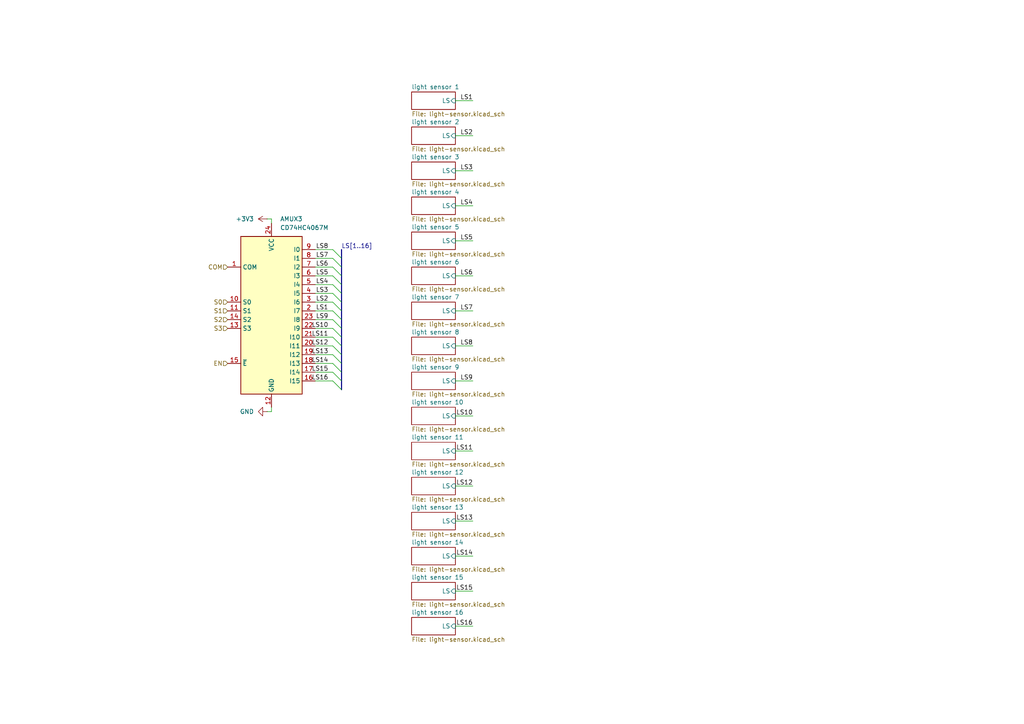
<source format=kicad_sch>
(kicad_sch (version 20231120) (generator "eeschema") (generator_version "8.0")
  (paper "A4")
  (lib_symbols
    (symbol "74xx:CD74HC4067M"
      (property "Reference" "U" (at -8.89 22.86 0))
      (property "Value" "CD74HC4067M" (at 1.27 22.86 0))
      (symbol "CD74HC4067M_0_1"
        (rectangle (start -8.89 21.59) (end 8.89 -24.13) (stroke (width 0.254)) (fill (type background)))
      )
      (symbol "CD74HC4067M_1_1"
        (pin passive line (at -12.7 12.7 0) (length 3.81) (name "COM") (number "1"))
        (pin input line (at -12.7 2.54 0) (length 3.81) (name "S0") (number "10"))
        (pin input line (at -12.7 0 0) (length 3.81) (name "S1") (number "11"))
        (pin power_in line (at 0 -27.94 90) (length 3.81) (name "GND") (number "12"))
        (pin input line (at -12.7 -5.08 0) (length 3.81) (name "S3") (number "13"))
        (pin input line (at -12.7 -2.54 0) (length 3.81) (name "S2") (number "14"))
        (pin input line (at -12.7 -15.24 0) (length 3.81) (name "~{E}") (number "15"))
        (pin passive line (at 12.7 -20.32 180) (length 3.81) (name "I15") (number "16"))
        (pin passive line (at 12.7 -17.78 180) (length 3.81) (name "I14") (number "17"))
        (pin passive line (at 12.7 -15.24 180) (length 3.81) (name "I13") (number "18"))
        (pin passive line (at 12.7 -12.7 180) (length 3.81) (name "I12") (number "19"))
        (pin passive line (at 12.7 0 180) (length 3.81) (name "I7") (number "2"))
        (pin passive line (at 12.7 -10.16 180) (length 3.81) (name "I11") (number "20"))
        (pin passive line (at 12.7 -7.62 180) (length 3.81) (name "I10") (number "21"))
        (pin passive line (at 12.7 -5.08 180) (length 3.81) (name "I9") (number "22"))
        (pin passive line (at 12.7 -2.54 180) (length 3.81) (name "I8") (number "23"))
        (pin power_in line (at 0 25.4 270) (length 3.81) (name "VCC") (number "24"))
        (pin passive line (at 12.7 2.54 180) (length 3.81) (name "I6") (number "3"))
        (pin passive line (at 12.7 5.08 180) (length 3.81) (name "I5") (number "4"))
        (pin passive line (at 12.7 7.62 180) (length 3.81) (name "I4") (number "5"))
        (pin passive line (at 12.7 10.16 180) (length 3.81) (name "I3") (number "6"))
        (pin passive line (at 12.7 12.7 180) (length 3.81) (name "I2") (number "7"))
        (pin passive line (at 12.7 15.24 180) (length 3.81) (name "I1") (number "8"))
        (pin passive line (at 12.7 17.78 180) (length 3.81) (name "I0") (number "9"))
      )
    )
    (symbol "power:+3.3V" (power) (pin_numbers hide) (pin_names (offset 0) hide)
      (property "Value" "+3.3V" (at 0 3.556 0))
      (symbol "+3.3V_0_1"
        (polyline (pts (xy -0.762 1.27) (xy 0 2.54)))
        (polyline (pts (xy 0 0) (xy 0 2.54)))
        (polyline (pts (xy 0 2.54) (xy 0.762 1.27)))
      )
      (symbol "+3.3V_1_1"
        (pin power_in line (at 0 0 90) (length 0) (name "~") (number "1"))
      )
    )
    (symbol "power:GND" (power) (pin_numbers hide) (pin_names (offset 0) hide)
      (property "Value" "GND" (at 0 -3.81 0))
      (symbol "GND_0_1"
        (polyline (pts (xy 0 0) (xy 0 -1.27) (xy 1.27 -1.27) (xy 0 -2.54) (xy -1.27 -1.27) (xy 0 -1.27)))
      )
      (symbol "GND_1_1"
        (pin power_in line (at 0 0 270) (length 0) (name "~") (number "1"))
      )
    )
  )
  (bus_entry (at 96.52 102.87) (size 2.54 2.54))
  (bus_entry (at 96.52 105.41) (size 2.54 2.54))
  (bus_entry (at 96.52 110.49) (size 2.54 2.54))
  (bus_entry (at 96.52 97.79) (size 2.54 2.54))
  (bus_entry (at 96.52 92.71) (size 2.54 2.54))
  (bus_entry (at 96.52 74.93) (size 2.54 2.54))
  (bus_entry (at 96.52 82.55) (size 2.54 2.54))
  (bus_entry (at 96.52 72.39) (size 2.54 2.54))
  (bus_entry (at 96.52 85.09) (size 2.54 2.54))
  (bus_entry (at 96.52 80.01) (size 2.54 2.54))
  (bus_entry (at 96.52 107.95) (size 2.54 2.54))
  (bus_entry (at 96.52 100.33) (size 2.54 2.54))
  (bus_entry (at 96.52 95.25) (size 2.54 2.54))
  (bus_entry (at 96.52 77.47) (size 2.54 2.54))
  (bus_entry (at 96.52 87.63) (size 2.54 2.54))
  (bus_entry (at 96.52 90.17) (size 2.54 2.54))
  (bus (pts (xy 99.06 97.79) (xy 99.06 100.33)))
  (bus (pts (xy 99.06 102.87) (xy 99.06 105.41)))
  (wire (pts (xy 91.44 95.25) (xy 96.52 95.25)))
  (bus (pts (xy 99.06 100.33) (xy 99.06 102.87)))
  (wire (pts (xy 132.08 69.85) (xy 137.16 69.85)))
  (wire (pts (xy 132.08 90.17) (xy 137.16 90.17)))
  (wire (pts (xy 132.08 29.21) (xy 137.16 29.21)))
  (wire (pts (xy 132.08 171.45) (xy 137.16 171.45)))
  (wire (pts (xy 91.44 102.87) (xy 96.52 102.87)))
  (wire (pts (xy 132.08 110.49) (xy 137.16 110.49)))
  (wire (pts (xy 91.44 92.71) (xy 96.52 92.71)))
  (wire (pts (xy 91.44 100.33) (xy 96.52 100.33)))
  (bus (pts (xy 99.06 95.25) (xy 99.06 97.79)))
  (wire (pts (xy 132.08 49.53) (xy 137.16 49.53)))
  (bus (pts (xy 99.06 87.63) (xy 99.06 90.17)))
  (wire (pts (xy 91.44 85.09) (xy 96.52 85.09)))
  (wire (pts (xy 91.44 77.47) (xy 96.52 77.47)))
  (bus (pts (xy 99.06 107.95) (xy 99.06 110.49)))
  (wire (pts (xy 78.74 119.38) (xy 78.74 118.11)))
  (bus (pts (xy 99.06 105.41) (xy 99.06 107.95)))
  (wire (pts (xy 132.08 130.81) (xy 137.16 130.81)))
  (wire (pts (xy 132.08 151.13) (xy 137.16 151.13)))
  (bus (pts (xy 99.06 72.39) (xy 99.06 74.93)))
  (bus (pts (xy 99.06 80.01) (xy 99.06 82.55)))
  (wire (pts (xy 132.08 80.01) (xy 137.16 80.01)))
  (wire (pts (xy 132.08 59.69) (xy 137.16 59.69)))
  (bus (pts (xy 99.06 77.47) (xy 99.06 80.01)))
  (wire (pts (xy 91.44 97.79) (xy 96.52 97.79)))
  (wire (pts (xy 132.08 181.61) (xy 137.16 181.61)))
  (bus (pts (xy 99.06 85.09) (xy 99.06 87.63)))
  (wire (pts (xy 91.44 110.49) (xy 96.52 110.49)))
  (wire (pts (xy 132.08 100.33) (xy 137.16 100.33)))
  (bus (pts (xy 99.06 90.17) (xy 99.06 92.71)))
  (wire (pts (xy 91.44 87.63) (xy 96.52 87.63)))
  (wire (pts (xy 91.44 90.17) (xy 96.52 90.17)))
  (wire (pts (xy 78.74 63.5) (xy 78.74 64.77)))
  (wire (pts (xy 132.08 140.97) (xy 137.16 140.97)))
  (bus (pts (xy 99.06 110.49) (xy 99.06 113.03)))
  (wire (pts (xy 91.44 72.39) (xy 96.52 72.39)))
  (bus (pts (xy 99.06 82.55) (xy 99.06 85.09)))
  (bus (pts (xy 99.06 92.71) (xy 99.06 95.25)))
  (wire (pts (xy 91.44 107.95) (xy 96.52 107.95)))
  (wire (pts (xy 132.08 120.65) (xy 137.16 120.65)))
  (wire (pts (xy 132.08 161.29) (xy 137.16 161.29)))
  (wire (pts (xy 91.44 74.93) (xy 96.52 74.93)))
  (wire (pts (xy 77.47 119.38) (xy 78.74 119.38)))
  (wire (pts (xy 132.08 39.37) (xy 137.16 39.37)))
  (bus (pts (xy 99.06 74.93) (xy 99.06 77.47)))
  (wire (pts (xy 91.44 82.55) (xy 96.52 82.55)))
  (wire (pts (xy 77.47 63.5) (xy 78.74 63.5)))
  (wire (pts (xy 91.44 80.01) (xy 96.52 80.01)))
  (wire (pts (xy 91.44 105.41) (xy 96.52 105.41)))
  (label "LS3" (at 137.16 49.53 180))
  (label "LS[1..16]" (at 99.06 72.39 0))
  (label "LS6" (at 137.16 80.01 180))
  (label "LS8" (at 137.16 100.33 180))
  (label "LS12" (at 137.16 140.97 180))
  (label "LS14" (at 137.16 161.29 180))
  (label "LS1" (at 95.25 90.17 180))
  (label "LS13" (at 95.25 102.87 180))
  (label "LS14" (at 95.25 105.41 180))
  (label "LS6" (at 95.25 77.47 180))
  (label "LS11" (at 137.16 130.81 180))
  (label "LS4" (at 95.25 82.55 180))
  (label "LS10" (at 137.16 120.65 180))
  (label "LS1" (at 137.16 29.21 180))
  (label "LS11" (at 95.25 97.79 180))
  (label "LS15" (at 95.25 107.95 180))
  (label "LS8" (at 95.25 72.39 180))
  (label "LS10" (at 95.25 95.25 180))
  (label "LS4" (at 137.16 59.69 180))
  (label "LS9" (at 137.16 110.49 180))
  (label "LS2" (at 95.25 87.63 180))
  (label "LS7" (at 137.16 90.17 180))
  (label "LS16" (at 95.25 110.49 180))
  (label "LS3" (at 95.25 85.09 180))
  (label "LS16" (at 137.16 181.61 180))
  (label "LS7" (at 95.25 74.93 180))
  (label "LS2" (at 137.16 39.37 180))
  (label "LS12" (at 95.25 100.33 180))
  (label "LS5" (at 95.25 80.01 180))
  (label "LS15" (at 137.16 171.45 180))
  (label "LS13" (at 137.16 151.13 180))
  (label "LS5" (at 137.16 69.85 180))
  (label "LS9" (at 95.25 92.71 180))
  (hierarchical_label "S3" (shape input) (at 66.04 95.25 180))
  (hierarchical_label "S2" (shape input) (at 66.04 92.71 180))
  (hierarchical_label "COM" (shape input) (at 66.04 77.47 180))
  (hierarchical_label "EN" (shape input) (at 66.04 105.41 180))
  (hierarchical_label "S0" (shape input) (at 66.04 87.63 180))
  (hierarchical_label "S1" (shape input) (at 66.04 90.17 180))
  (symbol (lib_id "power:+3.3V") (at 77.47 63.5 90) (unit 1)
    (property "Reference" "#PWR0211" (effects (hide yes)))
    (property "Value" "+3V3" (at 73.66 63.4999 90) (effects (justify left)))
    (property "Description" "Power symbol creates a global label with name \"+3.3V\"" (effects (hide yes)))
    (instances (project "pcb" (path "" (reference "#PWR0211") (unit 1)) (path "" (reference "#PWR0145") (unit 1)) (path "" (reference "#PWR079") (unit 1))))
  )
  (symbol (lib_id "74xx:CD74HC4067M") (at 78.74 90.17 0) (unit 1)
    (property "Reference" "AMUX3" (at 81.242 63.5 0) (effects (justify left)))
    (property "Value" "CD74HC4067M" (at 81.242 66.04 0) (effects (justify left)))
    (property "Footprint" "Package_SO:SOIC-24W_7.5x15.4mm_P1.27mm" (effects (hide yes)))
    (property "Datasheet" "http://www.ti.com/lit/ds/symlink/cd74hc4067.pdf" (effects (hide yes)))
    (property "Description" "High-Speed CMOS Logic 16-Channel Analog Multiplexer/Demultiplexer, SOIC-24" (effects (hide yes)))
    (instances (project "pcb" (path "" (reference "AMUX3") (unit 1)) (path "" (reference "AMUX2") (unit 1)) (path "" (reference "AMUX1") (unit 1))))
  )
  (symbol (lib_id "power:GND") (at 77.47 119.38 270) (unit 1)
    (property "Reference" "#PWR0212" (effects (hide yes)))
    (property "Value" "GND" (at 73.66 119.3799 90) (effects (justify right)))
    (property "Description" "Power symbol creates a global label with name \"GND\" , ground" (effects (hide yes)))
    (instances (project "pcb" (path "" (reference "#PWR0212") (unit 1)) (path "" (reference "#PWR0146") (unit 1)) (path "" (reference "#PWR080") (unit 1))))
  )
  (sheet (at 119.38 26.67) (size 12.7 5.08) (stroke (width 0.1524))
    (property "Sheetname" "light sensor 1" (at 119.38 25.9584 0) (effects (justify left bottom)))
    (property "Sheetfile" "light-sensor.kicad_sch" (at 119.38 32.3346 0) (effects (justify left top)))
    (pin "LS" input (at 132.08 29.21 0))
  )
  (sheet (at 119.38 77.47) (size 12.7 5.08) (stroke (width 0.1524))
    (property "Sheetname" "light sensor 6" (at 119.38 76.7584 0) (effects (justify left bottom)))
    (property "Sheetfile" "light-sensor.kicad_sch" (at 119.38 83.1346 0) (effects (justify left top)))
    (pin "LS" input (at 132.08 80.01 0))
  )
  (sheet (at 119.38 179.07) (size 12.7 5.08) (stroke (width 0.1524))
    (property "Sheetname" "light sensor 16" (at 119.38 178.3584 0) (effects (justify left bottom)))
    (property "Sheetfile" "light-sensor.kicad_sch" (at 119.38 184.7346 0) (effects (justify left top)))
    (pin "LS" input (at 132.08 181.61 0))
  )
  (sheet (at 119.38 118.11) (size 12.7 5.08) (stroke (width 0.1524))
    (property "Sheetname" "light sensor 10" (at 119.38 117.3984 0) (effects (justify left bottom)))
    (property "Sheetfile" "light-sensor.kicad_sch" (at 119.38 123.7746 0) (effects (justify left top)))
    (pin "LS" input (at 132.08 120.65 0))
  )
  (sheet (at 119.38 97.79) (size 12.7 5.08) (stroke (width 0.1524))
    (property "Sheetname" "light sensor 8" (at 119.38 97.0784 0) (effects (justify left bottom)))
    (property "Sheetfile" "light-sensor.kicad_sch" (at 119.38 103.4546 0) (effects (justify left top)))
    (pin "LS" input (at 132.08 100.33 0))
  )
  (sheet (at 119.38 168.91) (size 12.7 5.08) (stroke (width 0.1524))
    (property "Sheetname" "light sensor 15" (at 119.38 168.1984 0) (effects (justify left bottom)))
    (property "Sheetfile" "light-sensor.kicad_sch" (at 119.38 174.5746 0) (effects (justify left top)))
    (pin "LS" input (at 132.08 171.45 0))
  )
  (sheet (at 119.38 148.59) (size 12.7 5.08) (stroke (width 0.1524))
    (property "Sheetname" "light sensor 13" (at 119.38 147.8784 0) (effects (justify left bottom)))
    (property "Sheetfile" "light-sensor.kicad_sch" (at 119.38 154.2546 0) (effects (justify left top)))
    (pin "LS" input (at 132.08 151.13 0))
  )
  (sheet (at 119.38 87.63) (size 12.7 5.08) (stroke (width 0.1524))
    (property "Sheetname" "light sensor 7" (at 119.38 86.9184 0) (effects (justify left bottom)))
    (property "Sheetfile" "light-sensor.kicad_sch" (at 119.38 93.2946 0) (effects (justify left top)))
    (pin "LS" input (at 132.08 90.17 0))
  )
  (sheet (at 119.38 46.99) (size 12.7 5.08) (stroke (width 0.1524))
    (property "Sheetname" "light sensor 3" (at 119.38 46.2784 0) (effects (justify left bottom)))
    (property "Sheetfile" "light-sensor.kicad_sch" (at 119.38 52.6546 0) (effects (justify left top)))
    (pin "LS" input (at 132.08 49.53 0))
  )
  (sheet (at 119.38 67.31) (size 12.7 5.08) (stroke (width 0.1524))
    (property "Sheetname" "light sensor 5" (at 119.38 66.5984 0) (effects (justify left bottom)))
    (property "Sheetfile" "light-sensor.kicad_sch" (at 119.38 72.9746 0) (effects (justify left top)))
    (pin "LS" input (at 132.08 69.85 0))
  )
  (sheet (at 119.38 107.95) (size 12.7 5.08) (stroke (width 0.1524))
    (property "Sheetname" "light sensor 9" (at 119.38 107.2384 0) (effects (justify left bottom)))
    (property "Sheetfile" "light-sensor.kicad_sch" (at 119.38 113.6146 0) (effects (justify left top)))
    (pin "LS" input (at 132.08 110.49 0))
  )
  (sheet (at 119.38 128.27) (size 12.7 5.08) (stroke (width 0.1524))
    (property "Sheetname" "light sensor 11" (at 119.38 127.5584 0) (effects (justify left bottom)))
    (property "Sheetfile" "light-sensor.kicad_sch" (at 119.38 133.9346 0) (effects (justify left top)))
    (pin "LS" input (at 132.08 130.81 0))
  )
  (sheet (at 119.38 57.15) (size 12.7 5.08) (stroke (width 0.1524))
    (property "Sheetname" "light sensor 4" (at 119.38 56.4384 0) (effects (justify left bottom)))
    (property "Sheetfile" "light-sensor.kicad_sch" (at 119.38 62.8146 0) (effects (justify left top)))
    (pin "LS" input (at 132.08 59.69 0))
  )
  (sheet (at 119.38 158.75) (size 12.7 5.08) (stroke (width 0.1524))
    (property "Sheetname" "light sensor 14" (at 119.38 158.0384 0) (effects (justify left bottom)))
    (property "Sheetfile" "light-sensor.kicad_sch" (at 119.38 164.4146 0) (effects (justify left top)))
    (pin "LS" input (at 132.08 161.29 0))
  )
  (sheet (at 119.38 138.43) (size 12.7 5.08) (stroke (width 0.1524))
    (property "Sheetname" "light sensor 12" (at 119.38 137.7184 0) (effects (justify left bottom)))
    (property "Sheetfile" "light-sensor.kicad_sch" (at 119.38 144.0946 0) (effects (justify left top)))
    (pin "LS" input (at 132.08 140.97 0))
  )
  (sheet (at 119.38 36.83) (size 12.7 5.08) (stroke (width 0.1524))
    (property "Sheetname" "light sensor 2" (at 119.38 36.1184 0) (effects (justify left bottom)))
    (property "Sheetfile" "light-sensor.kicad_sch" (at 119.38 42.4946 0) (effects (justify left top)))
    (pin "LS" input (at 132.08 39.37 0))
  )
)
</source>
